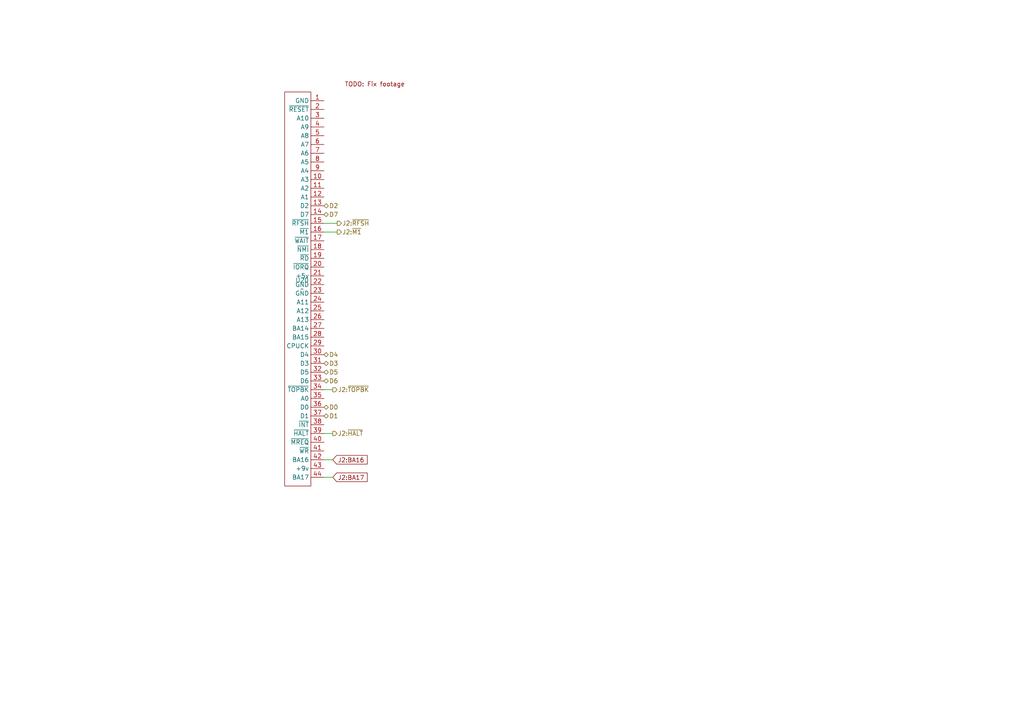
<source format=kicad_sch>
(kicad_sch (version 20231120) (generator "eeschema") (generator_version "8.0")
  (paper "A4")
  (lib_symbols
    (symbol "Laser500:J2"
      (property "Reference" "U" (at 2.286 61.976 0))
      (symbol "J2_0_1"
        (rectangle (start -3.81 57.15) (end 3.81 -57.15))
      )
      (symbol "J2_1_1"
        (text "TODO: Fix footage" (at 22.352 59.436 0) (effects (font (size 1.27 1.27))))
        (pin input line (at 7.62 54.61 180) (length 3.81) (name "GND") (number "1"))
        (pin input line (at 7.62 31.75 180) (length 3.81) (name "A3") (number "10"))
        (pin input line (at 7.62 29.21 180) (length 3.81) (name "A2") (number "11"))
        (pin input line (at 7.62 26.67 180) (length 3.81) (name "A1") (number "12"))
        (pin bidirectional line (at 7.62 24.13 180) (length 3.81) (name "D2") (number "13"))
        (pin bidirectional line (at 7.62 21.59 180) (length 3.81) (name "D7") (number "14"))
        (pin input line (at 7.62 19.05 180) (length 3.81) (name "~{RFSH}") (number "15"))
        (pin input line (at 7.62 16.51 180) (length 3.81) (name "~{M1}") (number "16"))
        (pin input line (at 7.62 13.97 180) (length 3.81) (name "~{WAIT}") (number "17"))
        (pin input line (at 7.62 11.43 180) (length 3.81) (name "~{NMI}") (number "18"))
        (pin input line (at 7.62 8.89 180) (length 3.81) (name "~{RD}") (number "19"))
        (pin input line (at 7.62 52.07 180) (length 3.81) (name "~{RESET}") (number "2"))
        (pin input line (at 7.62 6.35 180) (length 3.81) (name "~{IORQ}") (number "20"))
        (pin power_out line (at 7.62 3.81 180) (length 3.81) (name "+5v") (number "21"))
        (pin power_out line (at 7.62 1.27 180) (length 3.81) (name "GND") (number "22"))
        (pin power_out line (at 7.62 -1.27 180) (length 3.81) (name "GND") (number "23"))
        (pin input line (at 7.62 -3.81 180) (length 3.81) (name "A11") (number "24"))
        (pin input line (at 7.62 -6.35 180) (length 3.81) (name "A12") (number "25"))
        (pin input line (at 7.62 -8.89 180) (length 3.81) (name "A13") (number "26"))
        (pin input line (at 7.62 -11.43 180) (length 3.81) (name "BA14") (number "27"))
        (pin input line (at 7.62 -13.97 180) (length 3.81) (name "BA15") (number "28"))
        (pin input line (at 7.62 -16.51 180) (length 3.81) (name "CPUCK") (number "29"))
        (pin input line (at 7.62 49.53 180) (length 3.81) (name "A10") (number "3"))
        (pin bidirectional line (at 7.62 -19.05 180) (length 3.81) (name "D4") (number "30"))
        (pin bidirectional line (at 7.62 -21.59 180) (length 3.81) (name "D3") (number "31"))
        (pin bidirectional line (at 7.62 -24.13 180) (length 3.81) (name "D5") (number "32"))
        (pin bidirectional line (at 7.62 -26.67 180) (length 3.81) (name "D6") (number "33"))
        (pin input line (at 7.62 -29.21 180) (length 3.81) (name "~{TOPBK}") (number "34"))
        (pin input line (at 7.62 -31.75 180) (length 3.81) (name "A0") (number "35"))
        (pin bidirectional line (at 7.62 -34.29 180) (length 3.81) (name "D0") (number "36"))
        (pin bidirectional line (at 7.62 -36.83 180) (length 3.81) (name "D1") (number "37"))
        (pin input line (at 7.62 -39.37 180) (length 3.81) (name "~{INT}") (number "38"))
        (pin input line (at 7.62 -41.91 180) (length 3.81) (name "~{HALT}") (number "39"))
        (pin input line (at 7.62 46.99 180) (length 3.81) (name "A9") (number "4"))
        (pin input line (at 7.62 -44.45 180) (length 3.81) (name "~{MREQ}") (number "40"))
        (pin input line (at 7.62 -46.99 180) (length 3.81) (name "~{WR}") (number "41"))
        (pin input line (at 7.62 -49.53 180) (length 3.81) (name "BA16") (number "42"))
        (pin power_out line (at 7.62 -52.07 180) (length 3.81) (name "+9v") (number "43"))
        (pin input line (at 7.62 -54.61 180) (length 3.81) (name "BA17") (number "44"))
        (pin input line (at 7.62 44.45 180) (length 3.81) (name "A8") (number "5"))
        (pin input line (at 7.62 41.91 180) (length 3.81) (name "A7") (number "6"))
        (pin input line (at 7.62 39.37 180) (length 3.81) (name "A6") (number "7"))
        (pin input line (at 7.62 36.83 180) (length 3.81) (name "A5") (number "8"))
        (pin input line (at 7.62 34.29 180) (length 3.81) (name "A4") (number "9"))
      )
    )
  )
  (wire (pts (xy 96.52 125.73) (xy 93.98 125.73)))
  (wire (pts (xy 97.79 64.77) (xy 93.98 64.77)))
  (wire (pts (xy 93.98 113.03) (xy 96.52 113.03)))
  (wire (pts (xy 93.98 133.35) (xy 96.52 133.35)))
  (wire (pts (xy 93.98 138.43) (xy 96.52 138.43)))
  (wire (pts (xy 97.79 67.31) (xy 93.98 67.31)))
  (global_label "J2:BA17" (shape input) (at 96.52 138.43 0) (property "Intersheetrefs" "${INTERSHEET_REFS}" (effects (hide yes))))
  (global_label "J2:BA16" (shape input) (at 96.52 133.35 0) (property "Intersheetrefs" "${INTERSHEET_REFS}" (effects (hide yes))))
  (hierarchical_label "D2" (shape bidirectional) (at 93.98 59.69 0))
  (hierarchical_label "D4" (shape bidirectional) (at 93.98 102.87 0))
  (hierarchical_label "D5" (shape bidirectional) (at 93.98 107.95 0))
  (hierarchical_label "J2:~{HALT}" (shape output) (at 96.52 125.73 0))
  (hierarchical_label "D3" (shape bidirectional) (at 93.98 105.41 0))
  (hierarchical_label "D0" (shape bidirectional) (at 93.98 118.11 0))
  (hierarchical_label "J2:~{M1}" (shape output) (at 97.79 67.31 0))
  (hierarchical_label "D7" (shape bidirectional) (at 93.98 62.23 0))
  (hierarchical_label "D1" (shape bidirectional) (at 93.98 120.65 0))
  (hierarchical_label "D6" (shape bidirectional) (at 93.98 110.49 0))
  (hierarchical_label "J2:~{RFSH}" (shape output) (at 97.79 64.77 0))
  (hierarchical_label "J2:~{TOPBK}" (shape output) (at 96.52 113.03 0))
  (symbol (lib_id "Laser500:J2") (at 86.36 83.82 0) (unit 1)
    (property "Reference" "U20" (at 87.63 81.28 0))
    (property "Value" "~" (at 87.63 83.82 0))
    (property "Footprint" "Connector_Samtec_HLE_THT:Samtec_HLE-122-02-xx-DV-PE_2x22_P2.54mm_Horizontal" (effects (hide yes)))
  )
)
</source>
